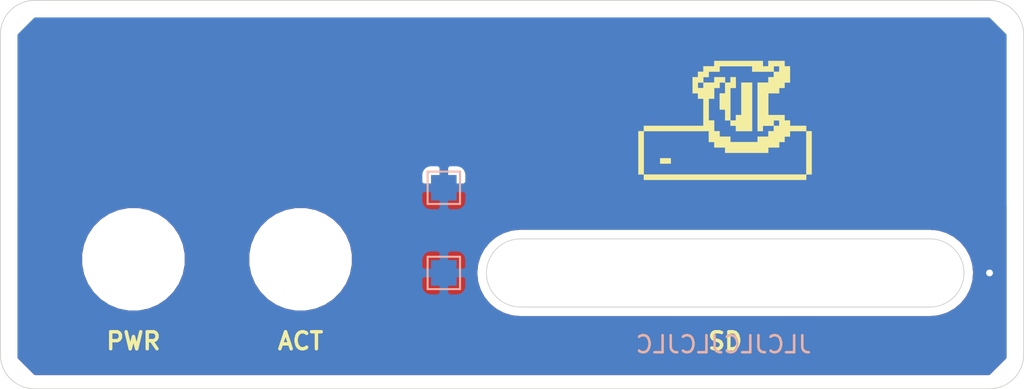
<source format=kicad_pcb>
(kicad_pcb (version 20171130) (host pcbnew "(5.1.12-1-10_14)")

  (general
    (thickness 1.6)
    (drawings 17)
    (tracks 5)
    (zones 0)
    (modules 5)
    (nets 2)
  )

  (page A4)
  (title_block
    (date 2022-03-31)
  )

  (layers
    (0 F.Cu signal)
    (31 B.Cu signal)
    (36 B.SilkS user)
    (37 F.SilkS user)
    (38 B.Mask user)
    (39 F.Mask user)
    (40 Dwgs.User user)
    (41 Cmts.User user)
    (44 Edge.Cuts user)
    (45 Margin user)
    (46 B.CrtYd user)
    (47 F.CrtYd user)
    (48 B.Fab user)
    (49 F.Fab user)
  )

  (setup
    (last_trace_width 0.25)
    (trace_clearance 0.2)
    (zone_clearance 0.508)
    (zone_45_only no)
    (trace_min 0.2)
    (via_size 0.8)
    (via_drill 0.4)
    (via_min_size 0.4)
    (via_min_drill 0.3)
    (uvia_size 0.3)
    (uvia_drill 0.1)
    (uvias_allowed no)
    (uvia_min_size 0.2)
    (uvia_min_drill 0.1)
    (edge_width 0.05)
    (segment_width 0.2)
    (pcb_text_width 0.3)
    (pcb_text_size 1.5 1.5)
    (mod_edge_width 0.12)
    (mod_text_size 1 1)
    (mod_text_width 0.15)
    (pad_size 1.5 1.5)
    (pad_drill 0)
    (pad_to_mask_clearance 0)
    (aux_axis_origin 0 0)
    (visible_elements FFFFFF7F)
    (pcbplotparams
      (layerselection 0x010f0_ffffffff)
      (usegerberextensions false)
      (usegerberattributes true)
      (usegerberadvancedattributes true)
      (creategerberjobfile true)
      (excludeedgelayer true)
      (linewidth 0.100000)
      (plotframeref false)
      (viasonmask false)
      (mode 1)
      (useauxorigin false)
      (hpglpennumber 1)
      (hpglpenspeed 20)
      (hpglpendiameter 15.000000)
      (psnegative false)
      (psa4output false)
      (plotreference true)
      (plotvalue true)
      (plotinvisibletext false)
      (padsonsilk false)
      (subtractmaskfromsilk false)
      (outputformat 1)
      (mirror false)
      (drillshape 0)
      (scaleselection 1)
      (outputdirectory ""))
  )

  (net 0 "")
  (net 1 Earth)

  (net_class Default "Ceci est la Netclass par défaut."
    (clearance 0.2)
    (trace_width 0.25)
    (via_dia 0.8)
    (via_drill 0.4)
    (uvia_dia 0.3)
    (uvia_drill 0.1)
    (add_net Earth)
  )

  (module TestPoint:TestPoint_Pad_1.5x1.5mm (layer B.Cu) (tedit 5A0F774F) (tstamp 6245F8D7)
    (at 64 51)
    (descr "SMD rectangular pad as test Point, square 1.5mm side length")
    (tags "test point SMD pad rectangle square")
    (path /6245FB73)
    (attr virtual)
    (fp_text reference TP2 (at 0 1.648) (layer B.SilkS) hide
      (effects (font (size 1 1) (thickness 0.15)) (justify mirror))
    )
    (fp_text value TestPoint (at 0 -1.75) (layer B.Fab)
      (effects (font (size 1 1) (thickness 0.15)) (justify mirror))
    )
    (fp_line (start 1.25 -1.25) (end -1.25 -1.25) (layer B.CrtYd) (width 0.05))
    (fp_line (start 1.25 -1.25) (end 1.25 1.25) (layer B.CrtYd) (width 0.05))
    (fp_line (start -1.25 1.25) (end -1.25 -1.25) (layer B.CrtYd) (width 0.05))
    (fp_line (start -1.25 1.25) (end 1.25 1.25) (layer B.CrtYd) (width 0.05))
    (fp_line (start -0.95 -0.95) (end -0.95 0.95) (layer B.SilkS) (width 0.12))
    (fp_line (start 0.95 -0.95) (end -0.95 -0.95) (layer B.SilkS) (width 0.12))
    (fp_line (start 0.95 0.95) (end 0.95 -0.95) (layer B.SilkS) (width 0.12))
    (fp_line (start -0.95 0.95) (end 0.95 0.95) (layer B.SilkS) (width 0.12))
    (fp_text user %R (at 0 1.65) (layer B.Fab)
      (effects (font (size 1 1) (thickness 0.15)) (justify mirror))
    )
    (pad 1 smd rect (at 0 0) (size 1.5 1.5) (layers B.Cu B.Mask)
      (net 1 Earth))
  )

  (module TestPoint:TestPoint_Pad_1.5x1.5mm (layer B.Cu) (tedit 5A0F774F) (tstamp 6245F8C9)
    (at 64 56)
    (descr "SMD rectangular pad as test Point, square 1.5mm side length")
    (tags "test point SMD pad rectangle square")
    (path /6246096F)
    (attr virtual)
    (fp_text reference TP1 (at 0 1.648) (layer B.SilkS) hide
      (effects (font (size 1 1) (thickness 0.15)) (justify mirror))
    )
    (fp_text value TestPoint (at 0 -1.75) (layer B.Fab)
      (effects (font (size 1 1) (thickness 0.15)) (justify mirror))
    )
    (fp_line (start 1.25 -1.25) (end -1.25 -1.25) (layer B.CrtYd) (width 0.05))
    (fp_line (start 1.25 -1.25) (end 1.25 1.25) (layer B.CrtYd) (width 0.05))
    (fp_line (start -1.25 1.25) (end -1.25 -1.25) (layer B.CrtYd) (width 0.05))
    (fp_line (start -1.25 1.25) (end 1.25 1.25) (layer B.CrtYd) (width 0.05))
    (fp_line (start -0.95 -0.95) (end -0.95 0.95) (layer B.SilkS) (width 0.12))
    (fp_line (start 0.95 -0.95) (end -0.95 -0.95) (layer B.SilkS) (width 0.12))
    (fp_line (start 0.95 0.95) (end 0.95 -0.95) (layer B.SilkS) (width 0.12))
    (fp_line (start -0.95 0.95) (end 0.95 0.95) (layer B.SilkS) (width 0.12))
    (fp_text user %R (at 0 1.65) (layer B.Fab)
      (effects (font (size 1 1) (thickness 0.15)) (justify mirror))
    )
    (pad 1 smd rect (at 0 0) (size 1.5 1.5) (layers B.Cu B.Mask)
      (net 1 Earth))
  )

  (module Logo:logo (layer F.Cu) (tedit 0) (tstamp 6249755C)
    (at 80.3 46.6)
    (fp_text reference G*** (at 0 0) (layer F.SilkS) hide
      (effects (font (size 1.524 1.524) (thickness 0.3)))
    )
    (fp_text value LOGO (at 0.75 0) (layer F.SilkS) hide
      (effects (font (size 1.524 1.524) (thickness 0.3)))
    )
    (fp_poly (pts (xy 5.2705 1.0795) (xy 5.2705 3.6195) (xy 4.953 3.6195) (xy 4.953 3.937)
      (xy -4.572 3.937) (xy -4.572 3.6195) (xy -4.8895 3.6195) (xy -4.8895 1.0795)
      (xy -4.572 1.0795) (xy -4.572 3.6195) (xy 4.953 3.6195) (xy 4.953 1.0795)
      (xy 4.0005 1.0795) (xy 4.0005 1.397) (xy 3.683 1.397) (xy 3.683 1.7145)
      (xy 3.3655 1.7145) (xy 3.3655 2.032) (xy 2.7305 2.032) (xy 2.7305 2.3495)
      (xy 0.1905 2.3495) (xy 0.1905 2.032) (xy -0.4445 2.032) (xy -0.4445 1.7145)
      (xy -0.762 1.7145) (xy -0.762 1.0795) (xy -4.572 1.0795) (xy -4.572 0.762)
      (xy -1.0795 0.762) (xy -1.0795 -0.8255) (xy -1.397 -0.8255) (xy -1.397 -1.143)
      (xy -1.7145 -1.143) (xy -1.7145 -1.778) (xy -1.397 -1.778) (xy -1.397 -1.4605)
      (xy -1.0795 -1.4605) (xy -1.0795 -1.778) (xy -1.397 -1.778) (xy -1.7145 -1.778)
      (xy -1.7145 -2.0955) (xy -1.397 -2.0955) (xy -1.0795 -2.0955) (xy -1.0795 -1.778)
      (xy -0.4445 -1.778) (xy -0.4445 -2.0955) (xy 0.1905 -2.0955) (xy 0.1905 -1.778)
      (xy -0.127 -1.778) (xy -0.127 -1.4605) (xy -0.4445 -1.4605) (xy -0.4445 -0.8255)
      (xy -0.762 -0.8255) (xy -0.762 0.4445) (xy -0.4445 0.4445) (xy -0.4445 1.0795)
      (xy -0.127 1.0795) (xy -0.127 1.397) (xy 0.508 1.397) (xy 0.508 1.7145)
      (xy 2.0955 1.7145) (xy 2.0955 1.397) (xy 2.7305 1.397) (xy 2.7305 1.0795)
      (xy 3.048 1.0795) (xy 3.048 0.762) (xy 2.413 0.762) (xy 2.413 1.0795)
      (xy 2.0955 1.0795) (xy 2.0955 0.4445) (xy 3.048 0.4445) (xy 3.048 0.762)
      (xy 3.3655 0.762) (xy 3.3655 0.4445) (xy 3.048 0.4445) (xy 2.0955 0.4445)
      (xy 2.0955 -1.778) (xy 2.7305 -1.778) (xy 2.7305 -2.0955) (xy 3.048 -2.0955)
      (xy 3.048 -2.413) (xy 1.778 -2.413) (xy 1.778 -2.7305) (xy -0.127 -2.7305)
      (xy -0.127 -2.413) (xy -0.762 -2.413) (xy -0.762 -2.0955) (xy -1.0795 -2.0955)
      (xy -1.397 -2.0955) (xy -1.397 -2.413) (xy -1.0795 -2.413) (xy -1.0795 -2.7305)
      (xy -0.4445 -2.7305) (xy -0.4445 -3.048) (xy 2.413 -3.048) (xy 2.413 -2.7305)
      (xy 2.7305 -2.7305) (xy 3.048 -2.7305) (xy 3.048 -2.413) (xy 3.3655 -2.413)
      (xy 3.3655 -2.7305) (xy 3.048 -2.7305) (xy 2.7305 -2.7305) (xy 2.7305 -3.048)
      (xy 3.683 -3.048) (xy 3.683 -2.7305) (xy 4.0005 -2.7305) (xy 4.0005 -1.778)
      (xy 3.683 -1.778) (xy 3.683 -1.4605) (xy 3.3655 -1.4605) (xy 3.3655 -1.143)
      (xy 2.7305 -1.143) (xy 2.7305 0.127) (xy 3.683 0.127) (xy 3.683 0.4445)
      (xy 4.0005 0.4445) (xy 4.0005 0.762) (xy 4.953 0.762) (xy 4.953 1.0795)
      (xy 5.2705 1.0795)) (layer F.SilkS) (width 0.01))
    (fp_poly (pts (xy -2.9845 2.9845) (xy -3.6195 2.9845) (xy -3.6195 2.667) (xy -2.9845 2.667)
      (xy -2.9845 2.9845)) (layer F.SilkS) (width 0.01))
    (fp_poly (pts (xy 1.778 1.0795) (xy 0.8255 1.0795) (xy 0.8255 0.762) (xy 0.508 0.762)
      (xy 0.508 0.4445) (xy 0.8255 0.4445) (xy 0.8255 0.127) (xy 1.143 0.127)
      (xy 1.143 -1.778) (xy 1.778 -1.778) (xy 1.778 1.0795)) (layer F.SilkS) (width 0.01))
    (fp_poly (pts (xy 0.8255 -1.4605) (xy 0.508 -1.4605) (xy 0.508 0.4445) (xy 0.1905 0.4445)
      (xy 0.1905 -0.1905) (xy -0.127 -0.1905) (xy -0.127 -1.143) (xy 0.1905 -1.143)
      (xy 0.1905 -1.778) (xy 0.508 -1.778) (xy 0.508 -2.0955) (xy 0.8255 -2.0955)
      (xy 0.8255 -1.4605)) (layer F.SilkS) (width 0.01))
  )

  (module MountingHole:MountingHole_5mm (layer F.Cu) (tedit 56D1B4CB) (tstamp 624647FE)
    (at 55.6 55.2)
    (descr "Mounting Hole 5mm, no annular")
    (tags "mounting hole 5mm no annular")
    (path /6245F1E7)
    (attr virtual)
    (fp_text reference H2 (at 0 -6) (layer F.SilkS) hide
      (effects (font (size 1 1) (thickness 0.15)))
    )
    (fp_text value "Activity LED" (at 0 6) (layer F.Fab)
      (effects (font (size 1 1) (thickness 0.15)))
    )
    (fp_circle (center 0 0) (end 5 0) (layer Cmts.User) (width 0.15))
    (fp_circle (center 0 0) (end 5.25 0) (layer F.CrtYd) (width 0.05))
    (fp_text user %R (at 0.3 0) (layer F.Fab)
      (effects (font (size 1 1) (thickness 0.15)))
    )
    (pad 1 np_thru_hole circle (at 0 0) (size 5 5) (drill 5) (layers *.Cu *.Mask))
  )

  (module MountingHole:MountingHole_5mm (layer F.Cu) (tedit 56D1B4CB) (tstamp 62464924)
    (at 45.8 55.2)
    (descr "Mounting Hole 5mm, no annular")
    (tags "mounting hole 5mm no annular")
    (path /6245E9E3)
    (attr virtual)
    (fp_text reference H1 (at 0 -6) (layer F.SilkS) hide
      (effects (font (size 1 1) (thickness 0.15)))
    )
    (fp_text value "Power LED" (at 0 6) (layer F.Fab)
      (effects (font (size 1 1) (thickness 0.15)))
    )
    (fp_circle (center 0 0) (end 5 0) (layer Cmts.User) (width 0.15))
    (fp_circle (center 0 0) (end 5.25 0) (layer F.CrtYd) (width 0.05))
    (fp_text user %R (at 0.3 0) (layer F.Fab)
      (effects (font (size 1 1) (thickness 0.15)))
    )
    (pad 1 np_thru_hole circle (at 0 0) (size 5 5) (drill 5) (layers *.Cu *.Mask))
  )

  (gr_text JLCJLCJLCJLC (at 80.4 60.2) (layer B.SilkS)
    (effects (font (size 1 1) (thickness 0.15)) (justify mirror))
  )
  (gr_text HD20 (at 51 46.4) (layer F.Cu) (tstamp 6249749B)
    (effects (font (size 4 4) (thickness 0.6)))
  )
  (gr_text ACT (at 55.6 60) (layer F.SilkS) (tstamp 624649DE)
    (effects (font (size 1 1) (thickness 0.2)))
  )
  (gr_text PWR (at 45.8 60) (layer F.SilkS) (tstamp 624649D9)
    (effects (font (size 1 1) (thickness 0.2)))
  )
  (gr_text SD (at 80.5 60) (layer F.SilkS)
    (effects (font (size 1 1) (thickness 0.2)))
  )
  (gr_arc (start 92.5 56) (end 92.5 58) (angle -180) (layer Edge.Cuts) (width 0.05) (tstamp 6245EB58))
  (gr_line (start 68.5 58) (end 92.5 58) (layer Edge.Cuts) (width 0.05) (tstamp 6245EB52))
  (gr_line (start 68.5 54) (end 92.5 54) (layer Edge.Cuts) (width 0.05) (tstamp 6245EB55))
  (gr_arc (start 68.5 56) (end 68.5 54) (angle -180) (layer Edge.Cuts) (width 0.05) (tstamp 6245EB4F))
  (gr_line (start 40 40) (end 96 40) (layer Edge.Cuts) (width 0.05) (tstamp 6245E871))
  (gr_line (start 38 60.8) (end 38 42) (layer Edge.Cuts) (width 0.05) (tstamp 6245E86E))
  (gr_line (start 96 62.8) (end 40 62.8) (layer Edge.Cuts) (width 0.05) (tstamp 6245E86A))
  (gr_line (start 98 42) (end 98 60.8) (layer Edge.Cuts) (width 0.05) (tstamp 6245E865))
  (gr_arc (start 96 60.8) (end 96 62.8) (angle -90) (layer Edge.Cuts) (width 0.05) (tstamp 6245E836))
  (gr_arc (start 40 60.8) (end 38 60.8) (angle -90) (layer Edge.Cuts) (width 0.05) (tstamp 6245E826))
  (gr_arc (start 96 42) (end 98 42) (angle -90) (layer Edge.Cuts) (width 0.05) (tstamp 6245E818))
  (gr_arc (start 40 42) (end 40 40) (angle -90) (layer Edge.Cuts) (width 0.05))

  (segment (start 64 56) (end 64 51) (width 0.25) (layer B.Cu) (net 1))
  (segment (start 64 51) (end 94 51) (width 0.25) (layer B.Cu) (net 1))
  (segment (start 94 51) (end 96 53) (width 0.25) (layer B.Cu) (net 1))
  (via (at 96 56) (size 0.8) (drill 0.4) (layers F.Cu B.Cu) (net 1))
  (segment (start 96 53) (end 96 56) (width 0.25) (layer B.Cu) (net 1))

  (zone (net 1) (net_name Earth) (layer B.Cu) (tstamp 0) (hatch edge 0.508)
    (connect_pads (clearance 0.508))
    (min_thickness 0.254)
    (fill yes (arc_segments 32) (thermal_gap 0.508) (thermal_bridge_width 0.508))
    (polygon
      (pts
        (xy 97 42) (xy 97 61) (xy 96 62) (xy 40 62) (xy 39 61)
        (xy 39 42) (xy 40 41) (xy 96 41)
      )
    )
    (filled_polygon
      (pts
        (xy 96.873 42.052606) (xy 96.873 60.947394) (xy 95.947394 61.873) (xy 40.052606 61.873) (xy 39.127 60.947394)
        (xy 39.127 54.891229) (xy 42.665 54.891229) (xy 42.665 55.508771) (xy 42.785476 56.114446) (xy 43.021799 56.684979)
        (xy 43.364886 57.198446) (xy 43.801554 57.635114) (xy 44.315021 57.978201) (xy 44.885554 58.214524) (xy 45.491229 58.335)
        (xy 46.108771 58.335) (xy 46.714446 58.214524) (xy 47.284979 57.978201) (xy 47.798446 57.635114) (xy 48.235114 57.198446)
        (xy 48.578201 56.684979) (xy 48.814524 56.114446) (xy 48.935 55.508771) (xy 48.935 54.891229) (xy 52.465 54.891229)
        (xy 52.465 55.508771) (xy 52.585476 56.114446) (xy 52.821799 56.684979) (xy 53.164886 57.198446) (xy 53.601554 57.635114)
        (xy 54.115021 57.978201) (xy 54.685554 58.214524) (xy 55.291229 58.335) (xy 55.908771 58.335) (xy 56.514446 58.214524)
        (xy 57.084979 57.978201) (xy 57.598446 57.635114) (xy 58.035114 57.198446) (xy 58.334755 56.75) (xy 62.611928 56.75)
        (xy 62.624188 56.874482) (xy 62.660498 56.99418) (xy 62.719463 57.104494) (xy 62.798815 57.201185) (xy 62.895506 57.280537)
        (xy 63.00582 57.339502) (xy 63.125518 57.375812) (xy 63.25 57.388072) (xy 63.71425 57.385) (xy 63.873 57.22625)
        (xy 63.873 56.127) (xy 64.127 56.127) (xy 64.127 57.22625) (xy 64.28575 57.385) (xy 64.75 57.388072)
        (xy 64.874482 57.375812) (xy 64.99418 57.339502) (xy 65.104494 57.280537) (xy 65.201185 57.201185) (xy 65.280537 57.104494)
        (xy 65.339502 56.99418) (xy 65.375812 56.874482) (xy 65.388072 56.75) (xy 65.385 56.28575) (xy 65.22625 56.127)
        (xy 64.127 56.127) (xy 63.873 56.127) (xy 62.77375 56.127) (xy 62.615 56.28575) (xy 62.611928 56.75)
        (xy 58.334755 56.75) (xy 58.378201 56.684979) (xy 58.614524 56.114446) (xy 58.646409 55.954147) (xy 65.842765 55.954147)
        (xy 65.843183 56.013964) (xy 65.842765 56.073781) (xy 65.843665 56.082952) (xy 65.884466 56.471145) (xy 65.896487 56.529708)
        (xy 65.907702 56.588501) (xy 65.910366 56.597323) (xy 66.02579 56.970198) (xy 66.048975 57.025353) (xy 66.071379 57.080806)
        (xy 66.075706 57.088943) (xy 66.261357 57.432298) (xy 66.29478 57.481849) (xy 66.327562 57.531946) (xy 66.333387 57.539087)
        (xy 66.582194 57.839841) (xy 66.624629 57.881981) (xy 66.666492 57.92473) (xy 66.673592 57.930604) (xy 66.976077 58.177305)
        (xy 67.025904 58.210409) (xy 67.075259 58.244204) (xy 67.083365 58.248587) (xy 67.428007 58.431837) (xy 67.483311 58.454631)
        (xy 67.538295 58.478198) (xy 67.547098 58.480923) (xy 67.92077 58.593741) (xy 67.979458 58.605361) (xy 68.037961 58.617797)
        (xy 68.047126 58.61876) (xy 68.435595 58.65685) (xy 68.435598 58.65685) (xy 68.467581 58.66) (xy 92.532419 58.66)
        (xy 92.566382 58.656655) (xy 92.592329 58.656655) (xy 92.601494 58.655692) (xy 92.989393 58.612182) (xy 93.047873 58.599751)
        (xy 93.106583 58.588127) (xy 93.115386 58.585401) (xy 93.487447 58.467377) (xy 93.54243 58.443811) (xy 93.597736 58.421016)
        (xy 93.605842 58.416633) (xy 93.947892 58.228589) (xy 93.997221 58.194812) (xy 94.047074 58.161691) (xy 94.054174 58.155816)
        (xy 94.353185 57.904916) (xy 94.395029 57.862186) (xy 94.437484 57.820027) (xy 94.443308 57.812886) (xy 94.687892 57.508684)
        (xy 94.72064 57.458639) (xy 94.754097 57.409038) (xy 94.758423 57.400901) (xy 94.939262 57.054989) (xy 94.961665 56.99954)
        (xy 94.984852 56.944381) (xy 94.987515 56.935559) (xy 95.097722 56.561109) (xy 95.108925 56.502379) (xy 95.12096 56.44375)
        (xy 95.121859 56.434579) (xy 95.157235 56.045853) (xy 95.156817 55.986036) (xy 95.157235 55.926219) (xy 95.156335 55.917047)
        (xy 95.115534 55.528855) (xy 95.103514 55.470299) (xy 95.092298 55.411498) (xy 95.089634 55.402677) (xy 94.97421 55.029802)
        (xy 94.951025 54.974647) (xy 94.928621 54.919194) (xy 94.924294 54.911058) (xy 94.924294 54.911057) (xy 94.924291 54.911053)
        (xy 94.738643 54.567702) (xy 94.705187 54.518101) (xy 94.672437 54.468054) (xy 94.666613 54.460913) (xy 94.417806 54.160158)
        (xy 94.375371 54.118019) (xy 94.333508 54.075269) (xy 94.326407 54.069396) (xy 94.023923 53.822695) (xy 93.974107 53.789598)
        (xy 93.924741 53.755795) (xy 93.916635 53.751413) (xy 93.571993 53.568163) (xy 93.516687 53.545368) (xy 93.461704 53.521802)
        (xy 93.452901 53.519077) (xy 93.07923 53.406259) (xy 93.020542 53.394639) (xy 92.962039 53.382203) (xy 92.952874 53.38124)
        (xy 92.564405 53.34315) (xy 92.564402 53.34315) (xy 92.532419 53.34) (xy 68.467581 53.34) (xy 68.433618 53.343345)
        (xy 68.407671 53.343345) (xy 68.398507 53.344308) (xy 68.010607 53.387818) (xy 67.952127 53.400249) (xy 67.893417 53.411873)
        (xy 67.884614 53.414599) (xy 67.512553 53.532623) (xy 67.457631 53.556163) (xy 67.402264 53.578983) (xy 67.394158 53.583367)
        (xy 67.052108 53.771411) (xy 67.002795 53.805177) (xy 66.952926 53.838309) (xy 66.945826 53.844184) (xy 66.646815 54.095084)
        (xy 66.604987 54.137797) (xy 66.562516 54.179973) (xy 66.556692 54.187114) (xy 66.312108 54.491315) (xy 66.279348 54.541378)
        (xy 66.245903 54.590962) (xy 66.241577 54.599099) (xy 66.060738 54.945012) (xy 66.038341 55.000447) (xy 66.015148 55.055619)
        (xy 66.012485 55.064441) (xy 65.902278 55.438891) (xy 65.891075 55.497621) (xy 65.87904 55.55625) (xy 65.878141 55.565421)
        (xy 65.842765 55.954147) (xy 58.646409 55.954147) (xy 58.735 55.508771) (xy 58.735 55.25) (xy 62.611928 55.25)
        (xy 62.615 55.71425) (xy 62.77375 55.873) (xy 63.873 55.873) (xy 63.873 54.77375) (xy 64.127 54.77375)
        (xy 64.127 55.873) (xy 65.22625 55.873) (xy 65.385 55.71425) (xy 65.388072 55.25) (xy 65.375812 55.125518)
        (xy 65.339502 55.00582) (xy 65.280537 54.895506) (xy 65.201185 54.798815) (xy 65.104494 54.719463) (xy 64.99418 54.660498)
        (xy 64.874482 54.624188) (xy 64.75 54.611928) (xy 64.28575 54.615) (xy 64.127 54.77375) (xy 63.873 54.77375)
        (xy 63.71425 54.615) (xy 63.25 54.611928) (xy 63.125518 54.624188) (xy 63.00582 54.660498) (xy 62.895506 54.719463)
        (xy 62.798815 54.798815) (xy 62.719463 54.895506) (xy 62.660498 55.00582) (xy 62.624188 55.125518) (xy 62.611928 55.25)
        (xy 58.735 55.25) (xy 58.735 54.891229) (xy 58.614524 54.285554) (xy 58.378201 53.715021) (xy 58.035114 53.201554)
        (xy 57.598446 52.764886) (xy 57.084979 52.421799) (xy 56.514446 52.185476) (xy 55.908771 52.065) (xy 55.291229 52.065)
        (xy 54.685554 52.185476) (xy 54.115021 52.421799) (xy 53.601554 52.764886) (xy 53.164886 53.201554) (xy 52.821799 53.715021)
        (xy 52.585476 54.285554) (xy 52.465 54.891229) (xy 48.935 54.891229) (xy 48.814524 54.285554) (xy 48.578201 53.715021)
        (xy 48.235114 53.201554) (xy 47.798446 52.764886) (xy 47.284979 52.421799) (xy 46.714446 52.185476) (xy 46.108771 52.065)
        (xy 45.491229 52.065) (xy 44.885554 52.185476) (xy 44.315021 52.421799) (xy 43.801554 52.764886) (xy 43.364886 53.201554)
        (xy 43.021799 53.715021) (xy 42.785476 54.285554) (xy 42.665 54.891229) (xy 39.127 54.891229) (xy 39.127 51.75)
        (xy 62.611928 51.75) (xy 62.624188 51.874482) (xy 62.660498 51.99418) (xy 62.719463 52.104494) (xy 62.798815 52.201185)
        (xy 62.895506 52.280537) (xy 63.00582 52.339502) (xy 63.125518 52.375812) (xy 63.25 52.388072) (xy 63.71425 52.385)
        (xy 63.873 52.22625) (xy 63.873 51.127) (xy 64.127 51.127) (xy 64.127 52.22625) (xy 64.28575 52.385)
        (xy 64.75 52.388072) (xy 64.874482 52.375812) (xy 64.99418 52.339502) (xy 65.104494 52.280537) (xy 65.201185 52.201185)
        (xy 65.280537 52.104494) (xy 65.339502 51.99418) (xy 65.375812 51.874482) (xy 65.388072 51.75) (xy 65.385 51.28575)
        (xy 65.22625 51.127) (xy 64.127 51.127) (xy 63.873 51.127) (xy 62.77375 51.127) (xy 62.615 51.28575)
        (xy 62.611928 51.75) (xy 39.127 51.75) (xy 39.127 50.25) (xy 62.611928 50.25) (xy 62.615 50.71425)
        (xy 62.77375 50.873) (xy 63.873 50.873) (xy 63.873 49.77375) (xy 64.127 49.77375) (xy 64.127 50.873)
        (xy 65.22625 50.873) (xy 65.385 50.71425) (xy 65.388072 50.25) (xy 65.375812 50.125518) (xy 65.339502 50.00582)
        (xy 65.280537 49.895506) (xy 65.201185 49.798815) (xy 65.104494 49.719463) (xy 64.99418 49.660498) (xy 64.874482 49.624188)
        (xy 64.75 49.611928) (xy 64.28575 49.615) (xy 64.127 49.77375) (xy 63.873 49.77375) (xy 63.71425 49.615)
        (xy 63.25 49.611928) (xy 63.125518 49.624188) (xy 63.00582 49.660498) (xy 62.895506 49.719463) (xy 62.798815 49.798815)
        (xy 62.719463 49.895506) (xy 62.660498 50.00582) (xy 62.624188 50.125518) (xy 62.611928 50.25) (xy 39.127 50.25)
        (xy 39.127 42.052606) (xy 40.052606 41.127) (xy 95.947394 41.127)
      )
    )
  )
  (zone (net 1) (net_name Earth) (layer F.Cu) (tstamp 0) (hatch edge 0.508)
    (connect_pads (clearance 0.508))
    (min_thickness 0.254)
    (fill yes (arc_segments 32) (thermal_gap 0.508) (thermal_bridge_width 0.508))
    (polygon
      (pts
        (xy 97 52) (xy 97 61) (xy 96 62) (xy 40 62) (xy 39 61)
        (xy 39 52) (xy 40 51) (xy 96 51)
      )
    )
    (filled_polygon
      (pts
        (xy 96.873 52.052606) (xy 96.873 60.947394) (xy 95.947394 61.873) (xy 40.052606 61.873) (xy 39.127 60.947394)
        (xy 39.127 54.891229) (xy 42.665 54.891229) (xy 42.665 55.508771) (xy 42.785476 56.114446) (xy 43.021799 56.684979)
        (xy 43.364886 57.198446) (xy 43.801554 57.635114) (xy 44.315021 57.978201) (xy 44.885554 58.214524) (xy 45.491229 58.335)
        (xy 46.108771 58.335) (xy 46.714446 58.214524) (xy 47.284979 57.978201) (xy 47.798446 57.635114) (xy 48.235114 57.198446)
        (xy 48.578201 56.684979) (xy 48.814524 56.114446) (xy 48.935 55.508771) (xy 48.935 54.891229) (xy 52.465 54.891229)
        (xy 52.465 55.508771) (xy 52.585476 56.114446) (xy 52.821799 56.684979) (xy 53.164886 57.198446) (xy 53.601554 57.635114)
        (xy 54.115021 57.978201) (xy 54.685554 58.214524) (xy 55.291229 58.335) (xy 55.908771 58.335) (xy 56.514446 58.214524)
        (xy 57.084979 57.978201) (xy 57.598446 57.635114) (xy 58.035114 57.198446) (xy 58.378201 56.684979) (xy 58.614524 56.114446)
        (xy 58.646409 55.954147) (xy 65.842765 55.954147) (xy 65.843183 56.013964) (xy 65.842765 56.073781) (xy 65.843665 56.082952)
        (xy 65.884466 56.471145) (xy 65.896487 56.529708) (xy 65.907702 56.588501) (xy 65.910366 56.597323) (xy 66.02579 56.970198)
        (xy 66.048975 57.025353) (xy 66.071379 57.080806) (xy 66.075706 57.088943) (xy 66.261357 57.432298) (xy 66.29478 57.481849)
        (xy 66.327562 57.531946) (xy 66.333387 57.539087) (xy 66.582194 57.839841) (xy 66.624629 57.881981) (xy 66.666492 57.92473)
        (xy 66.673592 57.930604) (xy 66.976077 58.177305) (xy 67.025904 58.210409) (xy 67.075259 58.244204) (xy 67.083365 58.248587)
        (xy 67.428007 58.431837) (xy 67.483311 58.454631) (xy 67.538295 58.478198) (xy 67.547098 58.480923) (xy 67.92077 58.593741)
        (xy 67.979458 58.605361) (xy 68.037961 58.617797) (xy 68.047126 58.61876) (xy 68.435595 58.65685) (xy 68.435598 58.65685)
        (xy 68.467581 58.66) (xy 92.532419 58.66) (xy 92.566382 58.656655) (xy 92.592329 58.656655) (xy 92.601494 58.655692)
        (xy 92.989393 58.612182) (xy 93.047873 58.599751) (xy 93.106583 58.588127) (xy 93.115386 58.585401) (xy 93.487447 58.467377)
        (xy 93.54243 58.443811) (xy 93.597736 58.421016) (xy 93.605842 58.416633) (xy 93.947892 58.228589) (xy 93.997221 58.194812)
        (xy 94.047074 58.161691) (xy 94.054174 58.155816) (xy 94.353185 57.904916) (xy 94.395029 57.862186) (xy 94.437484 57.820027)
        (xy 94.443308 57.812886) (xy 94.687892 57.508684) (xy 94.72064 57.458639) (xy 94.754097 57.409038) (xy 94.758423 57.400901)
        (xy 94.939262 57.054989) (xy 94.961665 56.99954) (xy 94.984852 56.944381) (xy 94.987515 56.935559) (xy 95.097722 56.561109)
        (xy 95.108925 56.502379) (xy 95.12096 56.44375) (xy 95.121859 56.434579) (xy 95.157235 56.045853) (xy 95.156817 55.986036)
        (xy 95.157235 55.926219) (xy 95.156335 55.917047) (xy 95.115534 55.528855) (xy 95.103514 55.470299) (xy 95.092298 55.411498)
        (xy 95.089634 55.402677) (xy 94.97421 55.029802) (xy 94.951025 54.974647) (xy 94.928621 54.919194) (xy 94.924294 54.911058)
        (xy 94.924294 54.911057) (xy 94.924291 54.911053) (xy 94.738643 54.567702) (xy 94.705187 54.518101) (xy 94.672437 54.468054)
        (xy 94.666613 54.460913) (xy 94.417806 54.160158) (xy 94.375371 54.118019) (xy 94.333508 54.075269) (xy 94.326407 54.069396)
        (xy 94.023923 53.822695) (xy 93.974107 53.789598) (xy 93.924741 53.755795) (xy 93.916635 53.751413) (xy 93.571993 53.568163)
        (xy 93.516687 53.545368) (xy 93.461704 53.521802) (xy 93.452901 53.519077) (xy 93.07923 53.406259) (xy 93.020542 53.394639)
        (xy 92.962039 53.382203) (xy 92.952874 53.38124) (xy 92.564405 53.34315) (xy 92.564402 53.34315) (xy 92.532419 53.34)
        (xy 68.467581 53.34) (xy 68.433618 53.343345) (xy 68.407671 53.343345) (xy 68.398507 53.344308) (xy 68.010607 53.387818)
        (xy 67.952127 53.400249) (xy 67.893417 53.411873) (xy 67.884614 53.414599) (xy 67.512553 53.532623) (xy 67.457631 53.556163)
        (xy 67.402264 53.578983) (xy 67.394158 53.583367) (xy 67.052108 53.771411) (xy 67.002795 53.805177) (xy 66.952926 53.838309)
        (xy 66.945826 53.844184) (xy 66.646815 54.095084) (xy 66.604987 54.137797) (xy 66.562516 54.179973) (xy 66.556692 54.187114)
        (xy 66.312108 54.491315) (xy 66.279348 54.541378) (xy 66.245903 54.590962) (xy 66.241577 54.599099) (xy 66.060738 54.945012)
        (xy 66.038341 55.000447) (xy 66.015148 55.055619) (xy 66.012485 55.064441) (xy 65.902278 55.438891) (xy 65.891075 55.497621)
        (xy 65.87904 55.55625) (xy 65.878141 55.565421) (xy 65.842765 55.954147) (xy 58.646409 55.954147) (xy 58.735 55.508771)
        (xy 58.735 54.891229) (xy 58.614524 54.285554) (xy 58.378201 53.715021) (xy 58.035114 53.201554) (xy 57.598446 52.764886)
        (xy 57.084979 52.421799) (xy 56.514446 52.185476) (xy 55.908771 52.065) (xy 55.291229 52.065) (xy 54.685554 52.185476)
        (xy 54.115021 52.421799) (xy 53.601554 52.764886) (xy 53.164886 53.201554) (xy 52.821799 53.715021) (xy 52.585476 54.285554)
        (xy 52.465 54.891229) (xy 48.935 54.891229) (xy 48.814524 54.285554) (xy 48.578201 53.715021) (xy 48.235114 53.201554)
        (xy 47.798446 52.764886) (xy 47.284979 52.421799) (xy 46.714446 52.185476) (xy 46.108771 52.065) (xy 45.491229 52.065)
        (xy 44.885554 52.185476) (xy 44.315021 52.421799) (xy 43.801554 52.764886) (xy 43.364886 53.201554) (xy 43.021799 53.715021)
        (xy 42.785476 54.285554) (xy 42.665 54.891229) (xy 39.127 54.891229) (xy 39.127 52.052606) (xy 40.052606 51.127)
        (xy 95.947394 51.127)
      )
    )
  )
)

</source>
